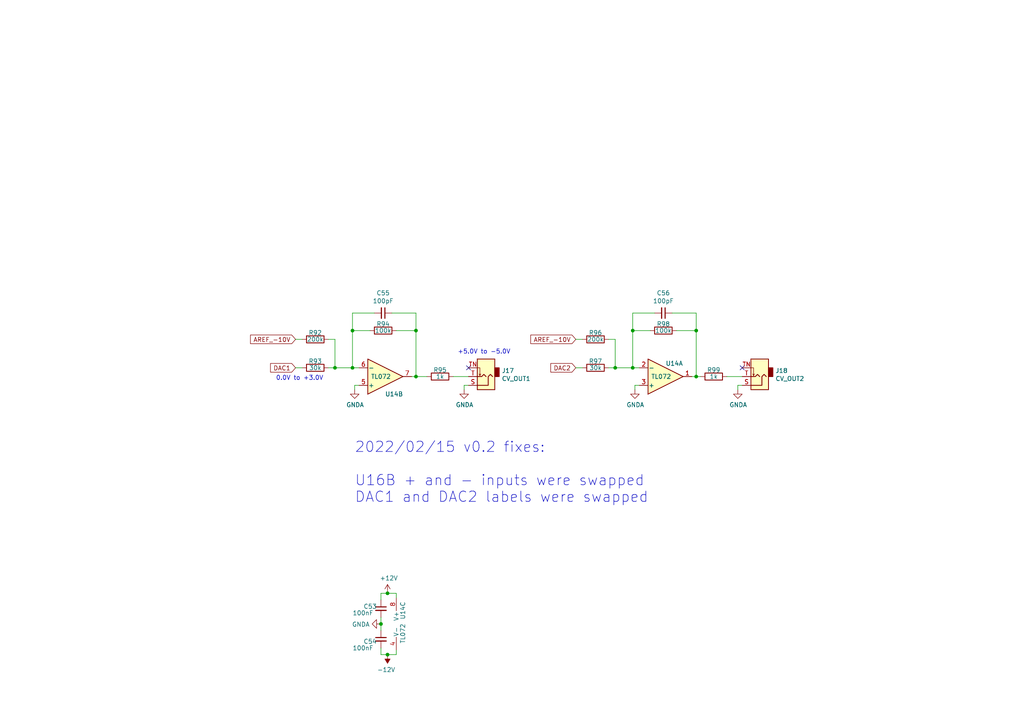
<source format=kicad_sch>
(kicad_sch (version 20211123) (generator eeschema)
  (paper "A4")
  (lib_symbols
    (symbol "Amplifier_Operational:TL072" (pin_names (offset 0.127))
      (property "Reference" "U" (at 0 5.08 0))
      (property "Value" "TL072" (at 0 -5.08 0))
      (symbol "TL072_1_1"
        (polyline (pts (xy -5.08 5.08) (xy 5.08 0) (xy -5.08 -5.08) (xy -5.08 5.08)) (stroke (width 0.254)) (fill (type background)))
        (pin output line (at 7.62 0 180) (length 2.54) (name "~") (number "1"))
        (pin input line (at -7.62 -2.54 0) (length 2.54) (name "-") (number "2"))
        (pin input line (at -7.62 2.54 0) (length 2.54) (name "+") (number "3"))
      )
      (symbol "TL072_2_1"
        (polyline (pts (xy -5.08 5.08) (xy 5.08 0) (xy -5.08 -5.08) (xy -5.08 5.08)) (stroke (width 0.254)) (fill (type background)))
        (pin input line (at -7.62 2.54 0) (length 2.54) (name "+") (number "5"))
        (pin input line (at -7.62 -2.54 0) (length 2.54) (name "-") (number "6"))
        (pin output line (at 7.62 0 180) (length 2.54) (name "~") (number "7"))
      )
      (symbol "TL072_3_1"
        (pin power_in line (at -2.54 -7.62 90) (length 3.81) (name "V-") (number "4"))
        (pin power_in line (at -2.54 7.62 270) (length 3.81) (name "V+") (number "8"))
      )
    )
    (symbol "Connector:AudioJack2_SwitchT"
      (property "Reference" "J" (at 0 8.89 0))
      (property "Value" "AudioJack2_SwitchT" (at 0 6.35 0))
      (symbol "AudioJack2_SwitchT_0_1"
        (rectangle (start -2.54 0) (end -3.81 -2.54) (stroke (width 0.254)) (fill (type outline)))
        (polyline (pts (xy 1.778 -0.254) (xy 2.032 -0.762)))
        (polyline (pts (xy 0 0) (xy 0.635 -0.635) (xy 1.27 0) (xy 2.54 0)) (stroke (width 0.254)))
        (polyline (pts (xy 2.54 -2.54) (xy 1.778 -2.54) (xy 1.778 -0.254) (xy 1.524 -0.762)))
        (polyline (pts (xy 2.54 2.54) (xy -0.635 2.54) (xy -0.635 0) (xy -1.27 -0.635) (xy -1.905 0)) (stroke (width 0.254)))
        (rectangle (start 2.54 3.81) (end -2.54 -5.08) (stroke (width 0.254)) (fill (type background)))
      )
      (symbol "AudioJack2_SwitchT_1_1"
        (pin passive line (at 5.08 2.54 180) (length 2.54) (name "~") (number "S"))
        (pin passive line (at 5.08 0 180) (length 2.54) (name "~") (number "T"))
        (pin passive line (at 5.08 -2.54 180) (length 2.54) (name "~") (number "TN"))
      )
    )
    (symbol "Device:C_Small" (pin_numbers hide) (pin_names (offset 0.254) hide)
      (property "Reference" "C" (at 0.254 1.778 0))
      (property "Value" "C_Small" (at 0.254 -2.032 0))
      (symbol "C_Small_0_1"
        (polyline (pts (xy -1.524 -0.508) (xy 1.524 -0.508)) (stroke (width 0.3302)))
        (polyline (pts (xy -1.524 0.508) (xy 1.524 0.508)) (stroke (width 0.3048)))
      )
      (symbol "C_Small_1_1"
        (pin passive line (at 0 2.54 270) (length 2.032) (name "~") (number "1"))
        (pin passive line (at 0 -2.54 90) (length 2.032) (name "~") (number "2"))
      )
    )
    (symbol "Device:R" (pin_numbers hide) (pin_names (offset 0))
      (property "Reference" "R" (at 2.032 0 90))
      (property "Value" "R" (at 0 0 90))
      (symbol "R_0_1"
        (rectangle (start -1.016 -2.54) (end 1.016 2.54) (stroke (width 0.254)))
      )
      (symbol "R_1_1"
        (pin passive line (at 0 3.81 270) (length 1.27) (name "~") (number "1"))
        (pin passive line (at 0 -3.81 90) (length 1.27) (name "~") (number "2"))
      )
    )
    (symbol "power:+12V" (power) (pin_names (offset 0))
      (property "Value" "+12V" (at 0 3.556 0))
      (symbol "+12V_0_1"
        (polyline (pts (xy -0.762 1.27) (xy 0 2.54)))
        (polyline (pts (xy 0 0) (xy 0 2.54)))
        (polyline (pts (xy 0 2.54) (xy 0.762 1.27)))
      )
      (symbol "+12V_1_1"
        (pin power_in line (at 0 0 90) (length 0) hide (name "+12V") (number "1"))
      )
    )
    (symbol "power:-12V" (power) (pin_names (offset 0))
      (property "Value" "-12V" (at 0 3.81 0))
      (symbol "-12V_0_0"
        (pin power_in line (at 0 0 90) (length 0) hide (name "-12V") (number "1"))
      )
      (symbol "-12V_0_1"
        (polyline (pts (xy 0 0) (xy 0 1.27) (xy 0.762 1.27) (xy 0 2.54) (xy -0.762 1.27) (xy 0 1.27)) (fill (type outline)))
      )
    )
    (symbol "power:GNDA" (power) (pin_names (offset 0))
      (property "Value" "GNDA" (at 0 -3.81 0))
      (symbol "GNDA_0_1"
        (polyline (pts (xy 0 0) (xy 0 -1.27) (xy 1.27 -1.27) (xy 0 -2.54) (xy -1.27 -1.27) (xy 0 -1.27)))
      )
      (symbol "GNDA_1_1"
        (pin power_in line (at 0 0 270) (length 0) hide (name "GNDA") (number "1"))
      )
    )
  )
  (junction (at 112.395 172.085))
  (junction (at 183.515 95.885))
  (junction (at 201.93 95.885))
  (junction (at 102.235 95.885))
  (junction (at 120.65 109.22))
  (junction (at 97.155 106.68))
  (junction (at 102.235 106.68))
  (junction (at 201.93 109.22))
  (junction (at 120.65 95.885))
  (junction (at 178.435 106.68))
  (junction (at 110.49 180.975))
  (junction (at 112.395 189.865))
  (junction (at 183.515 106.68))
  (no_connect (at 135.89 106.68))
  (no_connect (at 215.265 106.68))
  (wire (pts (xy 213.995 113.03) (xy 213.995 111.76)))
  (wire (pts (xy 85.725 98.425) (xy 87.63 98.425)))
  (wire (pts (xy 131.445 109.22) (xy 135.89 109.22)))
  (wire (pts (xy 120.65 109.22) (xy 123.825 109.22)))
  (wire (pts (xy 213.995 111.76) (xy 215.265 111.76)))
  (wire (pts (xy 85.725 106.68) (xy 87.63 106.68)))
  (wire (pts (xy 102.87 113.03) (xy 102.87 111.76)))
  (wire (pts (xy 194.945 90.805) (xy 201.93 90.805)))
  (wire (pts (xy 112.395 172.085) (xy 110.49 172.085)))
  (wire (pts (xy 183.515 106.68) (xy 185.42 106.68)))
  (wire (pts (xy 102.87 111.76) (xy 104.14 111.76)))
  (wire (pts (xy 114.935 95.885) (xy 120.65 95.885)))
  (wire (pts (xy 196.215 95.885) (xy 201.93 95.885)))
  (wire (pts (xy 97.155 98.425) (xy 95.25 98.425)))
  (wire (pts (xy 201.93 90.805) (xy 201.93 95.885)))
  (wire (pts (xy 120.65 95.885) (xy 120.65 109.22)))
  (wire (pts (xy 201.93 109.22) (xy 200.66 109.22)))
  (wire (pts (xy 183.515 106.68) (xy 183.515 95.885)))
  (wire (pts (xy 201.93 95.885) (xy 201.93 109.22)))
  (wire (pts (xy 134.62 111.76) (xy 135.89 111.76)))
  (wire (pts (xy 178.435 106.68) (xy 178.435 98.425)))
  (wire (pts (xy 167.005 106.68) (xy 168.91 106.68)))
  (wire (pts (xy 112.395 189.865) (xy 114.935 189.865)))
  (wire (pts (xy 113.665 90.805) (xy 120.65 90.805)))
  (wire (pts (xy 110.49 189.865) (xy 112.395 189.865)))
  (wire (pts (xy 120.65 109.22) (xy 119.38 109.22)))
  (wire (pts (xy 210.82 109.22) (xy 215.265 109.22)))
  (wire (pts (xy 102.235 90.805) (xy 102.235 95.885)))
  (wire (pts (xy 184.15 111.76) (xy 185.42 111.76)))
  (wire (pts (xy 189.865 90.805) (xy 183.515 90.805)))
  (wire (pts (xy 110.49 179.07) (xy 110.49 180.975)))
  (wire (pts (xy 108.585 90.805) (xy 102.235 90.805)))
  (wire (pts (xy 201.93 109.22) (xy 203.2 109.22)))
  (wire (pts (xy 114.935 173.355) (xy 114.935 172.085)))
  (wire (pts (xy 183.515 90.805) (xy 183.515 95.885)))
  (wire (pts (xy 97.155 106.68) (xy 97.155 98.425)))
  (wire (pts (xy 102.235 95.885) (xy 107.315 95.885)))
  (wire (pts (xy 102.235 106.68) (xy 102.235 95.885)))
  (wire (pts (xy 110.49 180.975) (xy 110.49 182.88)))
  (wire (pts (xy 114.935 172.085) (xy 112.395 172.085)))
  (wire (pts (xy 110.49 187.96) (xy 110.49 189.865)))
  (wire (pts (xy 184.15 113.03) (xy 184.15 111.76)))
  (wire (pts (xy 134.62 113.03) (xy 134.62 111.76)))
  (wire (pts (xy 167.005 98.425) (xy 168.91 98.425)))
  (wire (pts (xy 102.235 106.68) (xy 104.14 106.68)))
  (wire (pts (xy 97.155 106.68) (xy 102.235 106.68)))
  (wire (pts (xy 120.65 90.805) (xy 120.65 95.885)))
  (wire (pts (xy 176.53 106.68) (xy 178.435 106.68)))
  (wire (pts (xy 183.515 95.885) (xy 188.595 95.885)))
  (wire (pts (xy 110.49 172.085) (xy 110.49 173.99)))
  (wire (pts (xy 114.935 189.865) (xy 114.935 188.595)))
  (wire (pts (xy 178.435 98.425) (xy 176.53 98.425)))
  (wire (pts (xy 178.435 106.68) (xy 183.515 106.68)))
  (wire (pts (xy 95.25 106.68) (xy 97.155 106.68)))
  (text "0.0V to +3.0V" (at 80.01 110.49 0) (effects (font (size 1.27 1.27)) (justify left bottom)))
  (text "2022/02/15 v0.2 fixes:\n\nU16B + and - inputs were swapped\nDAC1 and DAC2 labels were swapped" (at 102.87 146.05 0) (effects (font (size 2.9972 2.9972)) (justify left bottom)))
  (text "+5.0V to -5.0V" (at 132.715 102.87 0) (effects (font (size 1.27 1.27)) (justify left bottom)))
  (global_label "DAC1" (shape input) (at 85.725 106.68 180) (property "Intersheet References" "${INTERSHEET_REFS}" (effects hide)))
  (global_label "DAC2" (shape input) (at 167.005 106.68 180) (property "Intersheet References" "${INTERSHEET_REFS}" (effects hide)))
  (global_label "AREF_-10V" (shape input) (at 85.725 98.425 180) (property "Intersheet References" "${INTERSHEET_REFS}" (effects hide)))
  (global_label "AREF_-10V" (shape input) (at 167.005 98.425 180) (property "Intersheet References" "${INTERSHEET_REFS}" (effects hide)))
  (symbol (lib_id "Device:R") (at 127.635 109.22 270) (unit 1)
    (property "Reference" "R95" (at 127.635 107.315 90))
    (property "Value" "1k" (at 127.635 109.22 90))
    (property "LCSC" "C21190" (effects hide))
  )
  (symbol (lib_id "Device:R") (at 207.01 109.22 270) (unit 1)
    (property "Reference" "R99" (at 207.01 107.315 90))
    (property "Value" "1k" (at 207.01 109.22 90))
    (property "LCSC" "C21190" (effects hide))
  )
  (symbol (lib_id "power:+12V") (at 112.395 172.085 0) (unit 1)
    (property "Reference" "#PWR0136" (effects hide))
    (property "Value" "+12V" (at 112.776 167.6908 0))
  )
  (symbol (lib_id "power:-12V") (at 112.395 189.865 180) (unit 1)
    (property "Reference" "#PWR0137" (effects hide))
    (property "Value" "-12V" (at 112.014 194.2592 0))
  )
  (symbol (lib_id "Device:R") (at 172.72 98.425 270) (unit 1)
    (property "Reference" "R96" (at 172.72 96.52 90))
    (property "Value" "200k" (at 172.72 98.425 90))
    (property "LCSC" "C25811" (effects hide))
  )
  (symbol (lib_id "Device:R") (at 172.72 106.68 270) (unit 1)
    (property "Reference" "R97" (at 172.72 104.775 90))
    (property "Value" "30k" (at 172.72 106.68 90))
    (property "LCSC" "C22984" (effects hide))
  )
  (symbol (lib_id "Device:R") (at 192.405 95.885 270) (unit 1)
    (property "Reference" "R98" (at 192.405 93.98 90))
    (property "Value" "100k" (at 192.405 95.885 90))
    (property "LCSC" "C25803" (effects hide))
  )
  (symbol (lib_id "Amplifier_Operational:TL072") (at 193.04 109.22 0) (mirror x) (unit 1)
    (property "Reference" "U14" (at 195.58 105.41 0))
    (property "Value" "TL072" (at 191.77 109.22 0))
    (property "Datasheet" "http://www.ti.com/lit/ds/symlink/tl071.pdf" (effects hide))
    (property "LCSC" "C6961" (effects hide))
  )
  (symbol (lib_id "Device:C_Small") (at 192.405 90.805 270) (unit 1)
    (property "Reference" "C56" (at 192.405 84.9884 90))
    (property "Value" "100pF" (at 192.405 87.2998 90))
    (property "LCSC" "C14858" (effects hide))
  )
  (symbol (lib_id "power:GNDA") (at 184.15 113.03 0) (unit 1)
    (property "Reference" "#PWR0139" (effects hide))
    (property "Value" "GNDA" (at 184.277 117.4242 0))
  )
  (symbol (lib_id "Amplifier_Operational:TL072") (at 111.76 109.22 0) (mirror x) (unit 2)
    (property "Reference" "U14" (at 114.3 114.3 0))
    (property "Value" "TL072" (at 110.49 109.22 0))
    (property "Datasheet" "http://www.ti.com/lit/ds/symlink/tl071.pdf" (effects hide))
    (property "LCSC" "C6961" (effects hide))
  )
  (symbol (lib_id "Amplifier_Operational:TL072") (at 117.475 180.975 0) (unit 3)
    (property "Reference" "U14" (at 116.84 179.705 90) (effects (justify left)))
    (property "Value" "TL072" (at 116.84 186.69 90) (effects (justify left)))
    (property "Datasheet" "http://www.ti.com/lit/ds/symlink/tl071.pdf" (effects hide))
    (property "LCSC" "C6961" (effects hide))
  )
  (symbol (lib_id "Connector:AudioJack2_SwitchT") (at 140.97 109.22 180) (unit 1)
    (property "Reference" "J17" (at 145.5166 107.5182 0) (effects (justify right)))
    (property "Value" "CV_OUT1" (at 145.5166 109.8296 0) (effects (justify right)))
    (property "Footprint" "foots:WQP-PJ301M" (effects hide))
    (property "LCSC" "-" (effects hide))
  )
  (symbol (lib_id "power:GNDA") (at 134.62 113.03 0) (unit 1)
    (property "Reference" "#PWR0138" (effects hide))
    (property "Value" "GNDA" (at 134.747 117.4242 0))
  )
  (symbol (lib_id "Device:R") (at 91.44 98.425 270) (unit 1)
    (property "Reference" "R92" (at 91.44 96.52 90))
    (property "Value" "200k" (at 91.44 98.425 90))
    (property "LCSC" "C25811" (effects hide))
  )
  (symbol (lib_id "Device:R") (at 91.44 106.68 270) (unit 1)
    (property "Reference" "R93" (at 91.44 104.775 90))
    (property "Value" "30k" (at 91.44 106.68 90))
    (property "LCSC" "C22984" (effects hide))
  )
  (symbol (lib_id "Device:R") (at 111.125 95.885 270) (unit 1)
    (property "Reference" "R94" (at 111.125 93.98 90))
    (property "Value" "100k" (at 111.125 95.885 90))
    (property "LCSC" "C25803" (effects hide))
  )
  (symbol (lib_id "Device:C_Small") (at 111.125 90.805 270) (unit 1)
    (property "Reference" "C55" (at 111.125 84.9884 90))
    (property "Value" "100pF" (at 111.125 87.2998 90))
    (property "LCSC" "C14858" (effects hide))
  )
  (symbol (lib_id "Connector:AudioJack2_SwitchT") (at 220.345 109.22 180) (unit 1)
    (property "Reference" "J18" (at 224.8916 107.5182 0) (effects (justify right)))
    (property "Value" "CV_OUT2" (at 224.8916 109.8296 0) (effects (justify right)))
    (property "Footprint" "foots:WQP-PJ301M" (effects hide))
    (property "LCSC" "-" (effects hide))
  )
  (symbol (lib_id "power:GNDA") (at 213.995 113.03 0) (unit 1)
    (property "Reference" "#PWR0140" (effects hide))
    (property "Value" "GNDA" (at 214.122 117.4242 0))
  )
  (symbol (lib_id "power:GNDA") (at 102.87 113.03 0) (unit 1)
    (property "Reference" "#PWR0134" (effects hide))
    (property "Value" "GNDA" (at 102.997 117.4242 0))
  )
  (symbol (lib_id "Device:C_Small") (at 110.49 176.53 0) (unit 1)
    (property "Reference" "C53" (at 105.41 175.895 0) (effects (justify left)))
    (property "Value" "100nF" (at 102.235 177.8 0) (effects (justify left)))
    (property "LCSC" "C14663" (effects hide))
  )
  (symbol (lib_id "Device:C_Small") (at 110.49 185.42 0) (unit 1)
    (property "Reference" "C54" (at 105.41 186.055 0) (effects (justify left)))
    (property "Value" "100nF" (at 102.235 187.96 0) (effects (justify left)))
    (property "LCSC" "C14663" (effects hide))
  )
  (symbol (lib_id "power:GNDA") (at 110.49 180.975 270) (unit 1)
    (property "Reference" "#PWR0135" (effects hide))
    (property "Value" "GNDA" (at 107.2642 181.102 90) (effects (justify right)))
  )
)
</source>
